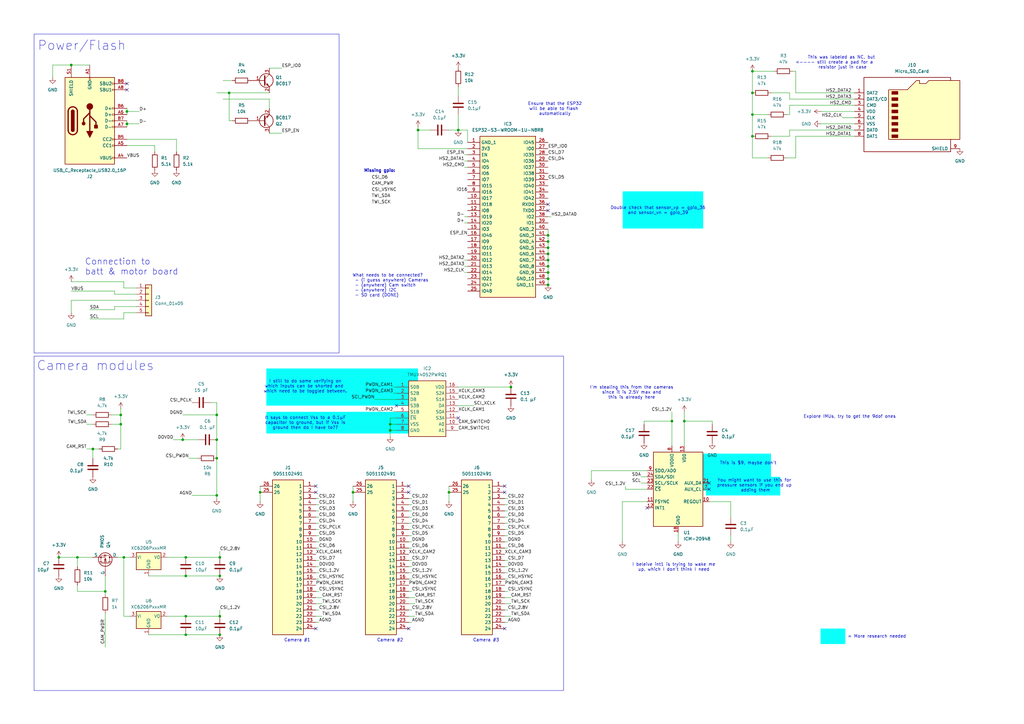
<source format=kicad_sch>
(kicad_sch (version 20231120) (generator "eeschema") (generator_version "8.0")
  (paper "A3")
  (title_block (title "Autonomous Torpedo") (date "2024-08-28") (rev "V1") (company "R@M"))
  (junction (at 187.96 53.34))
  (junction (at 224.79 111.76))
  (junction (at 76.2 260.35))
  (junction (at 160.02 176.53))
  (junction (at 49.53 173.99))
  (junction (at 275.59 172.72))
  (junction (at 224.79 99.06))
  (junction (at 224.79 106.68))
  (junction (at 171.45 53.34))
  (junction (at 76.2 252.73))
  (junction (at 308.61 55.88))
  (junction (at 88.9 170.18))
  (junction (at 184.15 201.93))
  (junction (at 52.07 50.8))
  (junction (at 224.79 109.22))
  (junction (at 280.67 172.72))
  (junction (at 93.98 38.1))
  (junction (at 29.21 26.67))
  (junction (at 90.17 236.22))
  (junction (at 74.93 180.34))
  (junction (at 224.79 101.6))
  (junction (at 224.79 104.14))
  (junction (at 43.18 242.57))
  (junction (at 52.07 45.72))
  (junction (at 38.1 184.15))
  (junction (at 88.9 180.34))
  (junction (at 49.53 170.18))
  (junction (at 308.61 46.99))
  (junction (at 88.9 203.2))
  (junction (at 90.17 228.6))
  (junction (at 50.8 228.6))
  (junction (at 209.55 158.75))
  (junction (at 90.17 260.35))
  (junction (at 160.02 173.99))
  (junction (at 308.61 38.1))
  (junction (at 224.79 114.3))
  (junction (at 90.17 252.73))
  (junction (at 76.2 228.6))
  (junction (at 224.79 116.84))
  (junction (at 144.78 201.93))
  (junction (at 308.61 29.21))
  (junction (at 106.68 201.93))
  (junction (at 31.75 228.6))
  (junction (at 88.9 187.96))
  (junction (at 224.79 96.52))
  (junction (at 76.2 236.22))
  (junction (at 24.13 228.6))
  (no_connect (at 129.54 201.93))
  (no_connect (at 207.01 199.39))
  (no_connect (at 129.54 257.81))
  (no_connect (at 207.01 257.81))
  (no_connect (at 52.07 34.29))
  (no_connect (at 162.56 166.37))
  (no_connect (at 290.83 200.66))
  (no_connect (at 290.83 198.12))
  (no_connect (at 265.43 208.28))
  (no_connect (at 224.79 86.36))
  (no_connect (at 167.64 199.39))
  (no_connect (at 187.96 171.45))
  (no_connect (at 207.01 201.93))
  (no_connect (at 167.64 257.81))
  (no_connect (at 167.64 201.93))
  (no_connect (at 52.07 36.83))
  (no_connect (at 129.54 199.39))
  (no_connect (at 224.79 83.82))
  (wire (pts (xy 88.9 170.18) (xy 88.9 180.34)))
  (wire (pts (xy 323.85 38.1) (xy 323.85 40.64)))
  (wire (pts (xy 55.88 118.11) (xy 50.8 118.11)))
  (wire (pts (xy 129.54 255.27) (xy 130.81 255.27)))
  (wire (pts (xy 242.57 193.04) (xy 242.57 196.85)))
  (wire (pts (xy 52.07 50.8) (xy 57.15 50.8)))
  (wire (pts (xy 207.01 255.27) (xy 208.28 255.27)))
  (wire (pts (xy 308.61 38.1) (xy 308.61 46.99)))
  (wire (pts (xy 167.64 229.87) (xy 168.91 229.87)))
  (wire (pts (xy 326.39 38.1) (xy 350.52 38.1)))
  (wire (pts (xy 187.96 166.37) (xy 194.31 166.37)))
  (wire (pts (xy 161.29 158.75) (xy 162.56 158.75)))
  (wire (pts (xy 50.8 252.73) (xy 53.34 252.73)))
  (wire (pts (xy 50.8 228.6) (xy 50.8 252.73)))
  (wire (pts (xy 129.54 214.63) (xy 130.81 214.63)))
  (wire (pts (xy 90.17 236.22) (xy 76.2 236.22)))
  (wire (pts (xy 323.85 43.18) (xy 350.52 43.18)))
  (wire (pts (xy 336.55 45.72) (xy 350.52 45.72)))
  (wire (pts (xy 265.43 193.04) (xy 242.57 193.04)))
  (wire (pts (xy 90.17 250.19) (xy 90.17 252.73)))
  (wire (pts (xy 129.54 245.11) (xy 132.08 245.11)))
  (wire (pts (xy 106.68 201.93) (xy 106.68 205.74)))
  (wire (pts (xy 129.54 204.47) (xy 130.81 204.47)))
  (wire (pts (xy 160.02 171.45) (xy 160.02 173.99)))
  (wire (pts (xy 265.43 200.66) (xy 256.54 200.66)))
  (wire (pts (xy 184.15 53.34) (xy 187.96 53.34)))
  (wire (pts (xy 167.64 242.57) (xy 168.91 242.57)))
  (wire (pts (xy 308.61 38.1) (xy 308.61 29.21)))
  (wire (pts (xy 167.64 209.55) (xy 168.91 209.55)))
  (wire (pts (xy 316.23 38.1) (xy 323.85 38.1)))
  (wire (pts (xy 52.07 50.8) (xy 52.07 52.07)))
  (wire (pts (xy 91.44 40.64) (xy 110.49 40.64)))
  (wire (pts (xy 29.21 128.27) (xy 29.21 123.19)))
  (wire (pts (xy 88.9 187.96) (xy 88.9 203.2)))
  (wire (pts (xy 207.01 222.25) (xy 208.28 222.25)))
  (wire (pts (xy 93.98 49.53) (xy 95.25 49.53)))
  (wire (pts (xy 60.96 236.22) (xy 76.2 236.22)))
  (wire (pts (xy 323.85 40.64) (xy 350.52 40.64)))
  (wire (pts (xy 144.78 201.93) (xy 144.78 205.74)))
  (wire (pts (xy 323.85 55.88) (xy 323.85 53.34)))
  (wire (pts (xy 35.56 173.99) (xy 38.1 173.99)))
  (wire (pts (xy 60.96 260.35) (xy 76.2 260.35)))
  (wire (pts (xy 90.17 226.06) (xy 90.17 228.6)))
  (wire (pts (xy 167.64 214.63) (xy 168.91 214.63)))
  (wire (pts (xy 190.5 109.22) (xy 191.77 109.22)))
  (wire (pts (xy 224.79 104.14) (xy 224.79 106.68)))
  (wire (pts (xy 264.16 172.72) (xy 275.59 172.72)))
  (wire (pts (xy 167.64 212.09) (xy 168.91 212.09)))
  (wire (pts (xy 184.15 201.93) (xy 184.15 205.74)))
  (wire (pts (xy 93.98 38.1) (xy 110.49 38.1)))
  (wire (pts (xy 308.61 46.99) (xy 314.96 46.99)))
  (wire (pts (xy 167.64 234.95) (xy 168.91 234.95)))
  (wire (pts (xy 226.06 88.9) (xy 224.79 88.9)))
  (wire (pts (xy 275.59 168.91) (xy 275.59 172.72)))
  (wire (pts (xy 326.39 29.21) (xy 325.12 29.21)))
  (wire (pts (xy 224.79 93.98) (xy 224.79 96.52)))
  (wire (pts (xy 36.83 127) (xy 46.99 127)))
  (wire (pts (xy 63.5 59.69) (xy 63.5 62.23)))
  (wire (pts (xy 207.01 245.11) (xy 209.55 245.11)))
  (wire (pts (xy 207.01 207.01) (xy 208.28 207.01)))
  (wire (pts (xy 224.79 99.06) (xy 224.79 101.6)))
  (wire (pts (xy 167.64 207.01) (xy 168.91 207.01)))
  (wire (pts (xy 88.9 38.1) (xy 93.98 38.1)))
  (wire (pts (xy 129.54 219.71) (xy 130.81 219.71)))
  (wire (pts (xy 167.64 252.73) (xy 170.18 252.73)))
  (wire (pts (xy 314.96 64.77) (xy 308.61 64.77)))
  (wire (pts (xy 88.9 180.34) (xy 88.9 187.96)))
  (wire (pts (xy 153.67 163.83) (xy 162.56 163.83)))
  (wire (pts (xy 74.93 170.18) (xy 88.9 170.18)))
  (wire (pts (xy 29.21 123.19) (xy 55.88 123.19)))
  (wire (pts (xy 129.54 224.79) (xy 130.81 224.79)))
  (wire (pts (xy 207.01 204.47) (xy 208.28 204.47)))
  (wire (pts (xy 160.02 173.99) (xy 160.02 176.53)))
  (wire (pts (xy 323.85 46.99) (xy 322.58 46.99)))
  (wire (pts (xy 190.5 68.58) (xy 191.77 68.58)))
  (wire (pts (xy 167.64 247.65) (xy 170.18 247.65)))
  (wire (pts (xy 171.45 53.34) (xy 171.45 60.96)))
  (wire (pts (xy 160.02 176.53) (xy 162.56 176.53)))
  (wire (pts (xy 275.59 172.72) (xy 275.59 182.88)))
  (wire (pts (xy 290.83 205.74) (xy 299.72 205.74)))
  (wire (pts (xy 110.49 40.64) (xy 110.49 44.45)))
  (wire (pts (xy 38.1 184.15) (xy 40.64 184.15)))
  (wire (pts (xy 129.54 217.17) (xy 130.81 217.17)))
  (wire (pts (xy 46.99 125.73) (xy 46.99 127)))
  (wire (pts (xy 129.54 232.41) (xy 130.81 232.41)))
  (wire (pts (xy 167.64 255.27) (xy 168.91 255.27)))
  (wire (pts (xy 21.59 26.67) (xy 21.59 31.75)))
  (wire (pts (xy 74.93 180.34) (xy 81.28 180.34)))
  (wire (pts (xy 52.07 59.69) (xy 63.5 59.69)))
  (wire (pts (xy 299.72 205.74) (xy 299.72 212.09)))
  (wire (pts (xy 191.77 53.34) (xy 187.96 53.34)))
  (wire (pts (xy 129.54 222.25) (xy 130.81 222.25)))
  (wire (pts (xy 90.17 260.35) (xy 76.2 260.35)))
  (wire (pts (xy 207.01 232.41) (xy 208.28 232.41)))
  (wire (pts (xy 35.56 170.18) (xy 38.1 170.18)))
  (wire (pts (xy 167.64 204.47) (xy 168.91 204.47)))
  (wire (pts (xy 52.07 49.53) (xy 52.07 50.8)))
  (wire (pts (xy 255.27 205.74) (xy 255.27 222.25)))
  (wire (pts (xy 224.79 106.68) (xy 224.79 109.22)))
  (wire (pts (xy 78.74 203.2) (xy 88.9 203.2)))
  (wire (pts (xy 31.75 228.6) (xy 38.1 228.6)))
  (wire (pts (xy 24.13 228.6) (xy 31.75 228.6)))
  (wire (pts (xy 224.79 101.6) (xy 224.79 104.14)))
  (wire (pts (xy 76.2 252.73) (xy 90.17 252.73)))
  (wire (pts (xy 160.02 179.07) (xy 160.02 176.53)))
  (wire (pts (xy 299.72 222.25) (xy 299.72 219.71)))
  (wire (pts (xy 265.43 205.74) (xy 255.27 205.74)))
  (wire (pts (xy 29.21 26.67) (xy 21.59 26.67)))
  (wire (pts (xy 129.54 212.09) (xy 130.81 212.09)))
  (wire (pts (xy 262.89 195.58) (xy 265.43 195.58)))
  (wire (pts (xy 190.5 63.5) (xy 191.77 63.5)))
  (wire (pts (xy 88.9 203.2) (xy 88.9 204.47)))
  (wire (pts (xy 323.85 55.88) (xy 316.23 55.88)))
  (wire (pts (xy 29.21 26.67) (xy 36.83 26.67)))
  (wire (pts (xy 162.56 171.45) (xy 160.02 171.45)))
  (wire (pts (xy 46.99 119.38) (xy 46.99 120.65)))
  (wire (pts (xy 278.13 222.25) (xy 278.13 218.44)))
  (wire (pts (xy 129.54 209.55) (xy 130.81 209.55)))
  (wire (pts (xy 49.53 173.99) (xy 49.53 184.15)))
  (wire (pts (xy 167.64 217.17) (xy 168.91 217.17)))
  (wire (pts (xy 161.29 161.29) (xy 162.56 161.29)))
  (wire (pts (xy 322.58 64.77) (xy 326.39 64.77)))
  (wire (pts (xy 207.01 224.79) (xy 208.28 224.79)))
  (wire (pts (xy 129.54 250.19) (xy 130.81 250.19)))
  (wire (pts (xy 129.54 229.87) (xy 130.81 229.87)))
  (wire (pts (xy 308.61 29.21) (xy 317.5 29.21)))
  (wire (pts (xy 224.79 114.3) (xy 224.79 116.84)))
  (wire (pts (xy 280.67 172.72) (xy 292.1 172.72)))
  (wire (pts (xy 49.53 184.15) (xy 48.26 184.15)))
  (wire (pts (xy 167.64 245.11) (xy 170.18 245.11)))
  (wire (pts (xy 207.01 237.49) (xy 208.28 237.49)))
  (wire (pts (xy 129.54 252.73) (xy 132.08 252.73)))
  (wire (pts (xy 77.47 187.96) (xy 81.28 187.96)))
  (wire (pts (xy 336.55 50.8) (xy 350.52 50.8)))
  (wire (pts (xy 207.01 219.71) (xy 208.28 219.71)))
  (wire (pts (xy 110.49 27.94) (xy 115.57 27.94)))
  (wire (pts (xy 31.75 242.57) (xy 43.18 242.57)))
  (wire (pts (xy 129.54 207.01) (xy 130.81 207.01)))
  (wire (pts (xy 43.18 236.22) (xy 43.18 242.57)))
  (wire (pts (xy 167.64 250.19) (xy 168.91 250.19)))
  (wire (pts (xy 55.88 120.65) (xy 46.99 120.65)))
  (wire (pts (xy 161.29 168.91) (xy 162.56 168.91)))
  (wire (pts (xy 167.64 219.71) (xy 168.91 219.71)))
  (wire (pts (xy 184.15 199.39) (xy 184.15 201.93)))
  (wire (pts (xy 171.45 60.96) (xy 191.77 60.96)))
  (wire (pts (xy 190.5 111.76) (xy 191.77 111.76)))
  (wire (pts (xy 323.85 53.34) (xy 350.52 53.34)))
  (wire (pts (xy 326.39 55.88) (xy 350.52 55.88)))
  (wire (pts (xy 308.61 64.77) (xy 308.61 55.88)))
  (wire (pts (xy 52.07 44.45) (xy 52.07 45.72)))
  (wire (pts (xy 35.56 184.15) (xy 38.1 184.15)))
  (wire (pts (xy 167.64 222.25) (xy 168.91 222.25)))
  (wire (pts (xy 207.01 252.73) (xy 209.55 252.73)))
  (wire (pts (xy 224.79 109.22) (xy 224.79 111.76)))
  (wire (pts (xy 308.61 46.99) (xy 308.61 55.88)))
  (wire (pts (xy 207.01 247.65) (xy 209.55 247.65)))
  (wire (pts (xy 224.79 96.52) (xy 224.79 99.06)))
  (wire (pts (xy 43.18 242.57) (xy 43.18 243.84)))
  (wire (pts (xy 167.64 232.41) (xy 168.91 232.41)))
  (wire (pts (xy 171.45 53.34) (xy 176.53 53.34)))
  (wire (pts (xy 49.53 167.64) (xy 49.53 170.18)))
  (wire (pts (xy 207.01 209.55) (xy 208.28 209.55)))
  (wire (pts (xy 91.44 33.02) (xy 95.25 33.02)))
  (wire (pts (xy 29.21 115.57) (xy 50.8 115.57)))
  (wire (pts (xy 207.01 250.19) (xy 208.28 250.19)))
  (wire (pts (xy 144.78 199.39) (xy 144.78 201.93)))
  (wire (pts (xy 326.39 38.1) (xy 326.39 29.21)))
  (wire (pts (xy 129.54 237.49) (xy 130.81 237.49)))
  (wire (pts (xy 256.54 199.39) (xy 256.54 200.66)))
  (wire (pts (xy 29.21 119.38) (xy 46.99 119.38)))
  (wire (pts (xy 129.54 242.57) (xy 130.81 242.57)))
  (wire (pts (xy 191.77 58.42) (xy 191.77 53.34)))
  (wire (pts (xy 72.39 57.15) (xy 72.39 62.23)))
  (wire (pts (xy 129.54 234.95) (xy 130.81 234.95)))
  (wire (pts (xy 262.89 198.12) (xy 265.43 198.12)))
  (wire (pts (xy 167.64 224.79) (xy 168.91 224.79)))
  (wire (pts (xy 31.75 228.6) (xy 31.75 232.41)))
  (wire (pts (xy 31.75 240.03) (xy 31.75 242.57)))
  (wire (pts (xy 93.98 38.1) (xy 93.98 49.53)))
  (wire (pts (xy 326.39 64.77) (xy 326.39 55.88)))
  (wire (pts (xy 224.79 111.76) (xy 224.79 114.3)))
  (wire (pts (xy 187.96 35.56) (xy 187.96 39.37)))
  (wire (pts (xy 190.5 106.68) (xy 191.77 106.68)))
  (wire (pts (xy 50.8 228.6) (xy 53.34 228.6)))
  (wire (pts (xy 45.72 173.99) (xy 49.53 173.99)))
  (wire (pts (xy 323.85 43.18) (xy 323.85 46.99)))
  (wire (pts (xy 36.83 130.81) (xy 50.8 130.81)))
  (wire (pts (xy 207.01 217.17) (xy 208.28 217.17)))
  (wire (pts (xy 76.2 228.6) (xy 90.17 228.6)))
  (wire (pts (xy 50.8 128.27) (xy 50.8 130.81)))
  (wire (pts (xy 171.45 52.07) (xy 171.45 53.34)))
  (wire (pts (xy 264.16 172.72) (xy 264.16 173.99)))
  (wire (pts (xy 167.64 237.49) (xy 168.91 237.49)))
  (wire (pts (xy 48.26 228.6) (xy 50.8 228.6)))
  (wire (pts (xy 50.8 118.11) (xy 50.8 115.57)))
  (wire (pts (xy 38.1 184.15) (xy 38.1 187.96)))
  (wire (pts (xy 43.18 251.46) (xy 43.18 265.43)))
  (wire (pts (xy 187.96 158.75) (xy 209.55 158.75)))
  (wire (pts (xy 88.9 165.1) (xy 88.9 170.18)))
  (wire (pts (xy 55.88 128.27) (xy 50.8 128.27)))
  (wire (pts (xy 190.5 88.9) (xy 191.77 88.9)))
  (wire (pts (xy 207.01 242.57) (xy 208.28 242.57)))
  (wire (pts (xy 207.01 234.95) (xy 208.28 234.95)))
  (wire (pts (xy 280.67 168.91) (xy 280.67 172.72)))
  (wire (pts (xy 129.54 247.65) (xy 132.08 247.65)))
  (wire (pts (xy 207.01 229.87) (xy 208.28 229.87)))
  (wire (pts (xy 207.01 214.63) (xy 208.28 214.63)))
  (wire (pts (xy 55.88 125.73) (xy 46.99 125.73)))
  (wire (pts (xy 52.07 57.15) (xy 72.39 57.15)))
  (wire (pts (xy 110.49 54.61) (xy 115.57 54.61)))
  (wire (pts (xy 68.58 228.6) (xy 76.2 228.6)))
  (wire (pts (xy 45.72 170.18) (xy 49.53 170.18)))
  (wire (pts (xy 190.5 66.04) (xy 191.77 66.04)))
  (wire (pts (xy 160.02 173.99) (xy 162.56 173.99)))
  (wire (pts (xy 207.01 212.09) (xy 208.28 212.09)))
  (wire (pts (xy 49.53 170.18) (xy 49.53 173.99)))
  (wire (pts (xy 190.5 91.44) (xy 191.77 91.44)))
  (wire (pts (xy 187.96 46.99) (xy 187.96 53.34)))
  (wire (pts (xy 280.67 172.72) (xy 280.67 182.88)))
  (wire (pts (xy 68.58 252.73) (xy 76.2 252.73)))
  (wire (pts (xy 52.07 45.72) (xy 57.15 45.72)))
  (wire (pts (xy 86.36 165.1) (xy 88.9 165.1)))
  (wire (pts (xy 345.44 48.26) (xy 350.52 48.26)))
  (wire (pts (xy 52.07 45.72) (xy 52.07 46.99)))
  (wire (pts (xy 71.12 180.34) (xy 74.93 180.34)))
  (wire (pts (xy 106.68 199.39) (xy 106.68 201.93)))
  (wire (pts (xy 292.1 172.72) (xy 292.1 173.99)))
  (rectangle (start 289.56 195.58) (end 320.04 203.2) (stroke (width -0.0001)) (fill (type color) (color 10 255 251 1)))
  (rectangle (start 109.22 151.13) (end 171.45 166.37) (stroke (width -0.0001)) (fill (type color) (color 10 255 251 1)))
  (rectangle (start 255.397 78.486) (end 288.417 93.726) (stroke (width -0.0001)) (fill (type color) (color 10 255 251 1)))
  (rectangle (start 109.22 168.91) (end 173.99 177.8) (stroke (width -0.0001)) (fill (type color) (color 10 255 251 1)))
  (rectangle (start 334.01 20.32) (end 334.01 20.32))
  (rectangle (start 336.55 257.81) (end 346.71 264.16) (stroke (width -0.0001)) (fill (type color) (color 10 255 251 1)))
  (rectangle (start 13.97 146.05) (end 231.14 283.21))
  (rectangle (start 13.97 13.97) (end 139.065 144.78))
  (rectangle (start 285.75 186.055) (end 316.23 201.295) (stroke (width -0.0001)) (fill (type color) (color 10 255 251 1)))
  (text "Camera #3" (at 199.39 262.636 0) (effects (font (size 1.27 1.27))))
  (text "I beleive int1 is trying to wake me\nup, which I don't think I need" (at 276.352 232.664 0) (effects (font (size 1.27 1.27))))
  (text "I still to do some verifying on\nwhich inputs can be shorted and \nwhich need to be toggled between." (at 125.222 158.496 0) (effects (font (size 1.27 1.27))))
  (text "= More research needed\n" (at 359.664 261.112 0) (effects (font (size 1.27 1.27))))
  (text "Camera modules" (at 39.116 150.114 0) (effects (font (size 3.81 3.81))))
  (text "I'm stealing this from the cameras\nsince it is 2.5V max and\nthis is already here" (at 259.08 161.036 0) (effects (font (size 1.27 1.27))))
  (text "Ensure that the ESP32\nwill be able to flash \nautomatically" (at 227.584 44.704 0) (effects (font (size 1.27 1.27))))
  (text "      This was labeled as NC, but \n<---- still create a pad for a \n      resistor just in case" (at 342.646 25.654 0) (effects (font (size 1.27 1.27))))
  (text "Power/Flash" (at 33.528 18.796 0) (effects (font (size 3.81 3.81))))
  (text "Camera #2\n" (at 160.02 262.636 0) (effects (font (size 1.27 1.27))))
  (text "Double check that sensor_vp = gpio_36\nand sensor_vn = gpio_39" (at 269.875 86.36 0) (effects (font (size 1.27 1.27))))
  (text "Connection to \nbatt & motor board" (at 34.798 109.474 0) (effects (font (size 2.54 2.54)) (justify left)))
  (text "It says to connect Vss to a 0.1μF\ncapacitor to ground, but if Vss is\nground then do I have to??" (at 125.222 173.482 0) (effects (font (size 1.27 1.27))))
  (text "Explore IMUs, try to get the 9dof ones" (at 348.488 170.942 0) (effects (font (size 1.27 1.27))))
  (text "This is $9, maybe don't" (at 306.832 189.992 0) (effects (font (size 1.27 1.27))))
  (text "You might want to use this for \npressure sensors if you end up \nadding them" (at 309.88 199.136 0) (effects (font (size 1.27 1.27))))
  (text "Missing gpio:" (at 155.702 70.104 0) (effects (font (size 1.27 1.27) (thickness 0.254) (bold yes))))
  (text "What needs to be connected?\n - (i guess anywhere) Cameras\n - (anywhere) Cam switch\n - (anywhere) I2C\n - SD card (DONE)" (at 144.526 117.094 0) (effects (font (size 1.27 1.27)) (justify left)))
  (text "Camera #1" (at 121.92 262.636 0) (effects (font (size 1.27 1.27))))
  (label "CSI_2.8V" (at 130.81 250.19 0))
  (label "SCL" (at 36.83 130.81 0))
  (label "PWDN_CAM1" (at 161.29 158.75 180))
  (label "PWDN_CAM3" (at 161.29 161.29 180))
  (label "DGND" (at 208.28 222.25 0))
  (label "TX" (at 502.92 91.44 0))
  (label "PWDN_CAM1" (at 129.54 240.03 0))
  (label "DOVDD" (at 71.12 180.34 180))
  (label "CSI_1.2V" (at 168.91 234.95 0))
  (label "CSI_D3" (at 130.81 209.55 0))
  (label "TWI_SDA" (at 502.92 134.62 0))
  (label "ON{slash}OFF" (at 502.92 99.06 0))
  (label "HS2_DATA1" (at 190.5 66.04 180))
  (label "TWI_SCK" (at 209.55 247.65 0))
  (label "SDA" (at 262.89 195.58 180))
  (label "HS2_DATA3" (at 349.25 40.64 180))
  (label "HS2_DATA0" (at 226.06 88.9 0))
  (label "CSI_1.2V" (at 90.17 250.19 0))
  (label "HS2_DATA2" (at 190.5 106.68 180))
  (label "DGND" (at 74.93 170.18 180))
  (label "CSI_D0" (at 168.91 212.09 0))
  (label "XCLK_CAM3" (at 207.01 227.33 0))
  (label "CSI_D0" (at 502.92 101.6 0))
  (label "CSI_D5" (at 208.28 219.71 0))
  (label "XCLK_CAM3" (at 187.96 161.29 0))
  (label "CSI_D7" (at 130.81 229.87 0))
  (label "CSI_2.8V" (at 208.28 250.19 0))
  (label "AGND" (at 168.91 255.27 0))
  (label "SCI_PWDN" (at 153.67 163.83 180))
  (label "CSI_D5" (at 472.44 96.52 180))
  (label "VBUS" (at 52.07 64.77 0))
  (label "XCLK_CAM1" (at 187.96 168.91 0))
  (label "CSI_D1" (at 208.28 207.01 0))
  (label "AGND" (at 130.81 255.27 0))
  (label "CSI_PCLK" (at 78.74 165.1 180))
  (label "DGND" (at 168.91 222.25 0))
  (label "DOVDD" (at 168.91 232.41 0))
  (label "RX" (at 502.92 96.52 0))
  (label "CSI_D1" (at 502.92 119.38 0))
  (label "HS2_DATA2" (at 349.25 38.1 180))
  (label "CSI_D4" (at 472.44 93.98 180))
  (label "CSI_PWDN" (at 77.47 187.96 180))
  (label "TWI_SCK" (at 170.18 247.65 0))
  (label "CSI_D7" (at 224.79 63.5 0))
  (label "CSI_HSYNC" (at 502.92 129.54 0))
  (label "CSI_D6" (at 502.92 144.78 0))
  (label "XCLK_CAM1" (at 129.54 227.33 0))
  (label "CSI_D1" (at 130.81 207.01 0))
  (label "CSI_XCLK" (at 502.92 104.14 0))
  (label "ESP_IO0" (at 502.92 88.9 0))
  (label "ESP_EN" (at 190.5 63.5 180))
  (label "CSI_PCLK" (at 168.91 217.17 0))
  (label "CSI_PCLK" (at 130.81 217.17 0))
  (label "HS2_CMD" (at 190.5 68.58 180))
  (label "AGND" (at 208.28 255.27 0))
  (label "ESP_EN" (at 191.77 96.52 180))
  (label "D+" (at 190.5 91.44 180))
  (label "CSI_1.2V" (at 256.54 199.39 180))
  (label "CSI_D2" (at 168.91 204.47 0))
  (label "IO16" (at 191.77 78.74 180))
  (label "TWI_SDA" (at 152.4 81.28 0))
  (label "CSI_D4" (at 130.81 214.63 0))
  (label "D-" (at 190.5 88.9 180))
  (label "CSI_1.2V" (at 130.81 234.95 0))
  (label "CSI_VSYNC" (at 208.28 242.57 0))
  (label "SCL" (at 262.89 198.12 180))
  (label "CSI_D6" (at 208.28 224.79 0))
  (label "AGND" (at 78.74 203.2 180))
  (label "XCLK_CAM2" (at 167.64 227.33 0))
  (label "TWI_SDA" (at 170.18 252.73 0))
  (label "CSI_D6" (at 168.91 224.79 0))
  (label "TWI_SDA" (at 35.56 173.99 180))
  (label "CSI_D1" (at 168.91 207.01 0))
  (label "CSI_PCLK" (at 208.28 217.17 0))
  (label "CSI_VSYNC" (at 130.81 242.57 0))
  (label "PWDN_CAM2" (at 161.29 168.91 180))
  (label "CSI_D5" (at 224.79 73.66 0))
  (label "HS2_CLK" (at 345.44 48.26 180))
  (label "CAM_RST" (at 35.56 184.15 180))
  (label "CSI_D0" (at 130.81 212.09 0))
  (label "CSI_D6" (at 152.4 73.66 0))
  (label "CSI_D7" (at 502.92 147.32 0))
  (label "CSI_D0" (at 208.28 212.09 0))
  (label "ESP_IO0" (at 115.57 27.94 0))
  (label "HS2_DATA3" (at 190.5 109.22 180))
  (label "CAM_RST" (at 170.18 245.11 0))
  (label "CSI_D4" (at 168.91 214.63 0))
  (label "DOVDD" (at 208.28 232.41 0))
  (label "ESP_IO0" (at 224.79 60.96 0))
  (label "HS2_CLK" (at 190.5 111.76 180))
  (label "CSI_D4" (at 224.79 66.04 0))
  (label "VBUS" (at 29.21 119.38 0))
  (label "CSI_D2" (at 208.28 204.47 0))
  (label "CSI_D7" (at 208.28 229.87 0))
  (label "CSI_2.8V" (at 90.17 226.06 0))
  (label "CAM_SWITCH0" (at 187.96 173.99 0))
  (label "CAM_PWDR" (at 43.18 264.16 90))
  (label "TWI_SCK" (at 132.08 247.65 0))
  (label "CSI_HSYNC" (at 130.81 237.49 0))
  (label "CSI_2.8V" (at 168.91 250.19 0))
  (label "CAM_RST" (at 132.08 245.11 0))
  (label "CSI_VSYNC" (at 502.92 132.08 0))
  (label "PWDN_CAM3" (at 207.01 240.03 0))
  (label "CSI_1.2V" (at 275.59 168.91 180))
  (label "CAM_PWR" (at 152.4 76.2 0))
  (label "DOVDD" (at 130.81 232.41 0))
  (label "CAM_PWDN" (at 502.92 139.7 0))
  (label "XCLK_CAM2" (at 187.96 163.83 0))
  (label "CAM_SWITCH1" (at 187.96 176.53 0))
  (label "HS2_DATA1" (at 349.25 55.88 180))
  (label "DGND" (at 130.81 222.25 0))
  (label "CSI_VSYNC" (at 152.4 78.74 0))
  (label "CSI_HSYNC" (at 168.91 237.49 0))
  (label "HS2_DATA0" (at 349.25 53.34 180))
  (label "CSI_D6" (at 130.81 224.79 0))
  (label "ESP_EN" (at 472.44 88.9 180))
  (label "SDA" (at 36.83 127 0))
  (label "CSI_D2" (at 502.92 121.92 0))
  (label "CSI_D5" (at 168.91 219.71 0))
  (label "CSI_PCLK" (at 502.92 127 0))
  (label "TWI_SCK" (at 152.4 83.82 0))
  (label "CSI_D3" (at 208.28 209.55 0))
  (label "CSI_1.2V" (at 208.28 234.95 0))
  (label "TWI_SDA" (at 209.55 252.73 0))
  (label "CSI_D7" (at 168.91 229.87 0))
  (label "TWI_SCK" (at 502.92 137.16 0))
  (label "PWDN_CAM2" (at 167.64 240.03 0))
  (label "CSI_D3" (at 168.91 209.55 0))
  (label "HS2_CMD" (at 349.25 43.18 180))
  (label "CSI_D5" (at 130.81 219.71 0))
  (label "CSI_D4" (at 208.28 214.63 0))
  (label "ESP_EN" (at 115.57 54.61 0))
  (label "TWI_SDA" (at 132.08 252.73 0))
  (label "D-" (at 57.15 50.8 0))
  (label "CSI_VSYNC" (at 168.91 242.57 0))
  (label "CSI_HSYNC" (at 208.28 237.49 0))
  (label "SCI_XCLK" (at 194.31 166.37 0))
  (label "D+" (at 57.15 45.72 0))
  (label "CSI_D2" (at 130.81 204.47 0))
  (label "CAM_RST" (at 209.55 245.11 0))
  (label "TWI_SCK" (at 35.56 170.18 180))
  (symbol (lib_id "Device:C") (at 299.72 215.9 0) (unit 1)
    (property "Reference" "C3" (at 303.53 214.6299 0) (effects (justify left)))
    (property "Value" "0.1μF" (at 303.53 217.1699 0) (effects (justify left)))
    (property "Description" "Unpolarized capacitor" (effects (hide yes)))
  )
  (symbol (lib_id "power:+3.3V") (at 29.21 115.57 0) (unit 1)
    (property "Reference" "#PWR01" (effects (hide yes)))
    (property "Value" "+3.3V" (at 29.21 110.49 0))
    (property "Description" "Power symbol creates a global label with name \"+3.3V\"" (effects (hide yes)))
  )
  (symbol (lib_id "power:GND") (at 24.13 236.22 0) (unit 1)
    (property "Reference" "#PWR025" (effects (hide yes)))
    (property "Value" "GND" (at 24.13 241.3 0))
    (property "Description" "Power symbol creates a global label with name \"GND\" , ground" (effects (hide yes)))
  )
  (symbol (lib_id "power:GND") (at 209.55 166.37 0) (unit 1)
    (property "Reference" "#PWR040" (effects (hide yes)))
    (property "Value" "GND" (at 209.55 171.45 0))
    (property "Description" "Power symbol creates a global label with name \"GND\" , ground" (effects (hide yes)))
  )
  (symbol (lib_id "Device:C") (at 187.96 43.18 180) (unit 1)
    (property "Reference" "C15" (at 191.77 41.9099 0) (effects (justify right)))
    (property "Value" "0.1μF" (at 191.77 44.4499 0) (effects (justify right)))
    (property "Description" "Unpolarized capacitor" (effects (hide yes)))
  )
  (symbol (lib_id "Device:R") (at 321.31 29.21 270) (unit 1)
    (property "Reference" "R3" (at 321.31 22.86 90))
    (property "Value" "47k" (at 321.31 25.4 90))
    (property "Description" "Resistor" (effects (hide yes)))
  )
  (symbol (lib_id "power:+3.3V") (at 49.53 167.64 0) (unit 1)
    (property "Reference" "#PWR028" (effects (hide yes)))
    (property "Value" "+3.3V" (at 49.53 162.56 0))
    (property "Description" "Power symbol creates a global label with name \"+3.3V\"" (effects (hide yes)))
  )
  (symbol (lib_id "power:+3.3V") (at 24.13 228.6 0) (unit 1)
    (property "Reference" "#PWR024" (effects (hide yes)))
    (property "Value" "+3.3V" (at 24.13 223.52 0))
    (property "Description" "Power symbol creates a global label with name \"+3.3V\"" (effects (hide yes)))
  )
  (symbol (lib_id "power:+3.3V") (at 487.68 83.82 0) (unit 1)
    (property "Reference" "#PWR013" (effects (hide yes)))
    (property "Value" "+3.3V" (at 487.68 78.74 0))
    (property "Description" "Power symbol creates a global label with name \"+3.3V\"" (effects (hide yes)))
  )
  (symbol (lib_id "power:GND") (at 160.02 179.07 0) (unit 1)
    (property "Reference" "#PWR039" (effects (hide yes)))
    (property "Value" "GND" (at 160.02 184.15 0))
    (property "Description" "Power symbol creates a global label with name \"GND\" , ground" (effects (hide yes)))
  )
  (symbol (lib_id "power:GND") (at 21.59 31.75 0) (unit 1)
    (property "Reference" "#PWR05" (effects (hide yes)))
    (property "Value" "GND" (at 21.59 36.83 0))
    (property "Description" "Power symbol creates a global label with name \"GND\" , ground" (effects (hide yes)))
  )
  (symbol (lib_id "power:GND") (at 487.68 154.94 0) (unit 1)
    (property "Reference" "#PWR010" (effects (hide yes)))
    (property "Value" "GND" (at 487.68 160.02 0))
    (property "Description" "Power symbol creates a global label with name \"GND\" , ground" (effects (hide yes)))
  )
  (symbol (lib_id "power:GND") (at 90.17 260.35 0) (unit 1)
    (property "Reference" "#PWR029" (effects (hide yes)))
    (property "Value" "GND" (at 90.17 265.43 0))
    (property "Description" "Power symbol creates a global label with name \"GND\" , ground" (effects (hide yes)))
  )
  (symbol (lib_id "power:GND") (at 72.39 69.85 0) (unit 1)
    (property "Reference" "#PWR08" (effects (hide yes)))
    (property "Value" "GND" (at 72.39 74.93 0))
    (property "Description" "Power symbol creates a global label with name \"GND\" , ground" (effects (hide yes)))
  )
  (symbol (lib_id "power:+3.3V") (at 209.55 158.75 0) (unit 1)
    (property "Reference" "#PWR041" (effects (hide yes)))
    (property "Value" "+3.3V" (at 209.55 153.67 0))
    (property "Description" "Power symbol creates a global label with name \"+3.3V\"" (effects (hide yes)))
  )
  (symbol (lib_id "RF_Module:ESP32-WROOM-32D") (at 487.68 119.38 0) (mirror y) (unit 1)
    (property "Reference" "U3" (at 485.4859 81.28 0) (effects (justify left)))
    (property "Value" "ESP32-WROOM-32D" (at 485.4859 83.82 0) (effects (justify left)))
    (property "Footprint" "RF_Module:ESP32-WROOM-32D" (effects (hide yes)))
    (property "Datasheet" "https://www.espressif.com/sites/default/files/documentation/esp32-wroom-32d_esp32-wroom-32u_datasheet_en.pdf" (effects (hide yes)))
    (property "Description" "RF Module, ESP32-D0WD SoC, Wi-Fi 802.11b/g/n, Bluetooth, BLE, 32-bit, 2.7-3.6V, onboard antenna, SMD" (effects (hide yes)))
  )
  (symbol (lib_id "power:GND") (at 63.5 69.85 0) (unit 1)
    (property "Reference" "#PWR07" (effects (hide yes)))
    (property "Value" "GND" (at 63.5 74.93 0))
    (property "Description" "Power symbol creates a global label with name \"GND\" , ground" (effects (hide yes)))
  )
  (symbol (lib_id "Device:R") (at 99.06 33.02 270) (unit 1)
    (property "Reference" "R4" (at 99.06 26.67 90))
    (property "Value" "10k" (at 99.06 29.21 90))
    (property "Description" "Resistor" (effects (hide yes)))
  )
  (symbol (lib_id "power:+3.3V") (at 336.55 45.72 90) (unit 1)
    (property "Reference" "#PWR042" (effects (hide yes)))
    (property "Value" "+3.3V" (at 332.74 45.7199 90) (effects (justify left)))
    (property "Description" "Power symbol creates a global label with name \"+3.3V\"" (effects (hide yes)))
  )
  (symbol (lib_id "Simulation_SPICE:PMOS") (at 43.18 231.14 270) (mirror x) (unit 1)
    (property "Reference" "Q4" (at 44.4501 224.79 0) (effects (justify left)))
    (property "Value" "PMOS" (at 41.9101 224.79 0) (effects (justify left)))
    (property "Datasheet" "https://ngspice.sourceforge.io/docs/ngspice-html-manual/manual.xhtml#cha_MOSFETs" (effects (hide yes)))
    (property "Description" "P-MOSFET transistor, drain/source/gate" (effects (hide yes)))
    (property "Sim.Device" "PMOS" (effects (hide yes)))
    (property "Sim.Type" "VDMOS" (effects (hide yes)))
    (property "Sim.Pins" "1=D 2=G 3=S" (effects (hide yes)))
  )
  (symbol (lib_id "Device:R") (at 63.5 66.04 180) (unit 1)
    (property "Reference" "R1" (at 66.04 64.7699 0) (effects (justify right)))
    (property "Value" "5.1k" (at 66.04 67.3099 0) (effects (justify right)))
    (property "Description" "Resistor" (effects (hide yes)))
  )
  (symbol (lib_id "Regulator_Linear:XC6206PxxxMR") (at 60.96 252.73 0) (unit 1)
    (property "Reference" "U6" (at 60.96 246.38 0))
    (property "Value" "XC6206PxxxMR" (at 60.96 248.92 0))
    (property "Footprint" "Package_TO_SOT_SMD:SOT-23-3" (effects (hide yes)))
    (property "Datasheet" "https://www.torexsemi.com/file/xc6206/XC6206.pdf" (effects (hide yes)))
    (property "Description" "Positive 60-250mA Low Dropout Regulator, Fixed Output, SOT-23" (effects (hide yes)))
  )
  (symbol (lib_id "power:GND") (at 255.27 222.25 0) (unit 1)
    (property "Reference" "#PWR018" (effects (hide yes)))
    (property "Value" "GND" (at 255.27 227.33 0))
    (property "Description" "Power symbol creates a global label with name \"GND\" , ground" (effects (hide yes)))
  )
  (symbol (lib_id "Device:R") (at 318.77 64.77 270) (unit 1)
    (property "Reference" "R18" (at 318.77 58.42 90))
    (property "Value" "47k" (at 318.77 60.96 90))
    (property "Description" "Resistor" (effects (hide yes)))
  )
  (symbol (lib_id "power:+3.3V") (at 280.67 168.91 0) (unit 1)
    (property "Reference" "#PWR012" (effects (hide yes)))
    (property "Value" "+3.3V" (at 280.67 163.83 0))
    (property "Description" "Power symbol creates a global label with name \"+3.3V\"" (effects (hide yes)))
  )
  (symbol (lib_id "SamacSys_Parts:5051102491") (at 144.78 199.39 0) (unit 1)
    (property "Reference" "J5" (at 156.21 191.77 0))
    (property "Value" "5051102491" (at 156.21 194.31 0))
    (property "Footprint" "5051102491" (effects (hide yes)))
    (property "Datasheet" "https://www.molex.com/webdocs/datasheets/pdf/en-us/5051102491_FFC_FPC_CONNECTORS.pdf" (effects (hide yes)))
    (property "Description" "CONN FFC/FPC BOTTOM 24P .5MM R/A" (effects (hide yes)))
    (property "Height" "4.06" (effects (hide yes)))
    (property "Manufacturer_Name" "Molex" (effects (hide yes)))
    (property "Manufacturer_Part_Number" "5051102491" (effects (hide yes)))
    (property "Arrow Part Number" "5051102491" (effects (hide yes)))
    (property "Arrow Price/Stock" "https://www.arrow.com/en/products/5051102491/molex?region=europe" (effects (hide yes)))
  )
  (symbol (lib_id "Device:C") (at 264.16 177.8 0) (mirror y) (unit 1)
    (property "Reference" "C17" (at 260.35 176.5299 0) (effects (justify left)))
    (property "Value" "0.1μF" (at 260.35 179.0699 0) (effects (justify left)))
    (property "Description" "Unpolarized capacitor" (effects (hide yes)))
  )
  (symbol (lib_id "power:GND") (at 242.57 196.85 0) (unit 1)
    (property "Reference" "#PWR019" (effects (hide yes)))
    (property "Value" "GND" (at 242.57 201.93 0))
    (property "Description" "Power symbol creates a global label with name \"GND\" , ground" (effects (hide yes)))
  )
  (symbol (lib_id "Device:R") (at 312.42 55.88 270) (unit 1)
    (property "Reference" "R15" (at 312.42 49.53 90))
    (property "Value" "47k" (at 312.42 52.07 90))
    (property "Description" "Resistor" (effects (hide yes)))
  )
  (symbol (lib_id "power:GND") (at 393.7 60.96 0) (unit 1)
    (property "Reference" "#PWR030" (effects (hide yes)))
    (property "Value" "GND" (at 393.7 66.04 0))
    (property "Description" "Power symbol creates a global label with name \"GND\" , ground" (effects (hide yes)))
  )
  (symbol (lib_id "power:+3.3V") (at 308.61 29.21 0) (unit 1)
    (property "Reference" "#PWR035" (effects (hide yes)))
    (property "Value" "+3.3V" (at 308.61 24.13 0))
    (property "Description" "Power symbol creates a global label with name \"+3.3V\"" (effects (hide yes)))
  )
  (symbol (lib_id "SamacSys_Parts:ESP32-S3-WROOM-1U-N8R8") (at 191.77 58.42 0) (unit 1)
    (property "Reference" "IC3" (at 208.28 50.8 0))
    (property "Value" "ESP32-S3-WROOM-1U-N8R8" (at 208.28 53.34 0))
    (property "Footprint" "ESP32S3WROOM1UN8R8" (effects (hide yes)))
    (property "Datasheet" "https://www.espressif.com/sites/default/files/documentation/esp32-s3-wroom-1_wroom-1u_datasheet_en.pdf" (effects (hide yes)))
    (property "Description" "Multiprotocol Modules SMD Module, ESP32-S3R8, 8 MB Octal PSRAM Die, 8 MB Quad SPI Flash, IPEX Antenna Connector" (effects (hide yes)))
    (property "Height" "3.35" (effects (hide yes)))
    (property "Manufacturer_Name" "Espressif Systems" (effects (hide yes)))
    (property "Manufacturer_Part_Number" "ESP32-S3-WROOM-1U-N8R8" (effects (hide yes)))
    (property "Mouser Part Number" "356-ESP32S3WRM1UN8R8" (effects (hide yes)))
    (property "Mouser Price/Stock" "https://www.mouser.co.uk/ProductDetail/Espressif-Systems/ESP32-S3-WROOM-1U-N8R8?qs=Li%252BoUPsLEnvOglIa3CypaQ%3D%3D" (effects (hide yes)))
  )
  (symbol (lib_id "power:+3.3V") (at 74.93 180.34 0) (unit 1)
    (property "Reference" "#PWR023" (effects (hide yes)))
    (property "Value" "+3.3V" (at 74.93 175.26 0))
    (property "Description" "Power symbol creates a global label with name \"+3.3V\"" (effects (hide yes)))
  )
  (symbol (lib_id "power:+3.3V") (at 187.96 27.94 0) (unit 1)
    (property "Reference" "#PWR034" (effects (hide yes)))
    (property "Value" "+3.3V" (at 187.96 22.86 0))
    (property "Description" "Power symbol creates a global label with name \"+3.3V\"" (effects (hide yes)))
  )
  (symbol (lib_id "Device:C") (at 90.17 256.54 0) (unit 1)
    (property "Reference" "C12" (at 93.98 255.2699 0) (effects (justify left)))
    (property "Value" "0.1μF" (at 93.98 257.8099 0) (effects (justify left)))
    (property "Description" "Unpolarized capacitor" (effects (hide yes)))
  )
  (symbol (lib_id "Connector:USB_C_Receptacle_USB2.0_16P") (at 36.83 49.53 0) (mirror x) (unit 1)
    (property "Reference" "J2" (at 36.83 72.39 0))
    (property "Value" "USB_C_Receptacle_USB2.0_16P" (at 36.83 69.85 0))
    (property "Footprint" "Connector_USB:USB_C_Receptacle_GCT_USB4085" (effects (hide yes)))
    (property "Datasheet" "https://www.usb.org/sites/default/files/documents/usb_type-c.zip" (effects (hide yes)))
    (property "Description" "USB 2.0-only 16P Type-C Receptacle connector" (effects (hide yes)))
  )
  (symbol (lib_id "power:GND") (at 88.9 204.47 0) (unit 1)
    (property "Reference" "#PWR03" (effects (hide yes)))
    (property "Value" "GND" (at 88.9 209.55 0))
    (property "Description" "Power symbol creates a global label with name \"GND\" , ground" (effects (hide yes)))
  )
  (symbol (lib_id "Device:C") (at 85.09 180.34 270) (unit 1)
    (property "Reference" "C6" (at 85.09 172.72 90))
    (property "Value" "0.1 μF" (at 85.09 175.26 90))
    (property "Description" "Unpolarized capacitor" (effects (hide yes)))
  )
  (symbol (lib_id "power:GND") (at 106.68 205.74 0) (unit 1)
    (property "Reference" "#PWR02" (effects (hide yes)))
    (property "Value" "GND" (at 106.68 210.82 0))
    (property "Description" "Power symbol creates a global label with name \"GND\" , ground" (effects (hide yes)))
  )
  (symbol (lib_id "Device:C") (at 292.1 177.8 0) (unit 1)
    (property "Reference" "C4" (at 295.91 176.5299 0) (effects (justify left)))
    (property "Value" "0.1μF" (at 295.91 179.0699 0) (effects (justify left)))
    (property "Description" "Unpolarized capacitor" (effects (hide yes)))
  )
  (symbol (lib_id "Device:R") (at 44.45 184.15 270) (unit 1)
    (property "Reference" "R10" (at 44.45 190.5 90))
    (property "Value" "4.7k" (at 44.45 187.96 90))
    (property "Description" "Resistor" (effects (hide yes)))
  )
  (symbol (lib_id "Transistor_BJT:BC817") (at 107.95 33.02 0) (unit 1)
    (property "Reference" "Q1" (at 113.03 31.7499 0) (effects (justify left)))
    (property "Value" "BC817" (at 113.03 34.2899 0) (effects (justify left)))
    (property "Footprint" "Package_TO_SOT_SMD:SOT-23" (effects (hide yes)))
    (property "Datasheet" "https://www.onsemi.com/pub/Collateral/BC818-D.pdf" (effects (hide yes)))
    (property "Description" "0.8A Ic, 45V Vce, NPN Transistor, SOT-23" (effects (hide yes)))
  )
  (symbol (lib_id "power:GND") (at 187.96 53.34 0) (mirror y) (unit 1)
    (property "Reference" "#PWR021" (effects (hide yes)))
    (property "Value" "GND" (at 187.96 58.42 0))
    (property "Description" "Power symbol creates a global label with name \"GND\" , ground" (effects (hide yes)))
  )
  (symbol (lib_id "Device:R") (at 99.06 49.53 270) (unit 1)
    (property "Reference" "R5" (at 99.06 43.18 90))
    (property "Value" "10k" (at 99.06 45.72 90))
    (property "Description" "Resistor" (effects (hide yes)))
  )
  (symbol (lib_id "power:GND") (at 278.13 222.25 0) (unit 1)
    (property "Reference" "#PWR011" (effects (hide yes)))
    (property "Value" "GND" (at 278.13 227.33 0))
    (property "Description" "Power symbol creates a global label with name \"GND\" , ground" (effects (hide yes)))
  )
  (symbol (lib_id "Device:C") (at 180.34 53.34 270) (unit 1)
    (property "Reference" "C14" (at 180.34 45.72 90))
    (property "Value" "0.1μF" (at 180.34 48.26 90))
    (property "Description" "Unpolarized capacitor" (effects (hide yes)))
  )
  (symbol (lib_id "Device:C") (at 90.17 232.41 0) (unit 1)
    (property "Reference" "C9" (at 93.98 231.1399 0) (effects (justify left)))
    (property "Value" "0.1μF" (at 93.98 233.6799 0) (effects (justify left)))
    (property "Description" "Unpolarized capacitor" (effects (hide yes)))
  )
  (symbol (lib_id "power:+3.3V") (at 171.45 52.07 0) (unit 1)
    (property "Reference" "#PWR020" (effects (hide yes)))
    (property "Value" "+3.3V" (at 171.45 46.99 0))
    (property "Description" "Power symbol creates a global label with name \"+3.3V\"" (effects (hide yes)))
  )
  (symbol (lib_id "Device:C") (at 76.2 232.41 0) (unit 1)
    (property "Reference" "C10" (at 80.01 231.1399 0) (effects (justify left)))
    (property "Value" "10μF" (at 80.01 233.6799 0) (effects (justify left)))
    (property "Description" "Unpolarized capacitor" (effects (hide yes)))
  )
  (symbol (lib_id "power:GND") (at 224.79 116.84 0) (unit 1)
    (property "Reference" "#PWR033" (effects (hide yes)))
    (property "Value" "GND" (at 224.79 121.92 0))
    (property "Description" "Power symbol creates a global label with name \"GND\" , ground" (effects (hide yes)))
  )
  (symbol (lib_id "SamacSys_Parts:TMUX4052PWRQ1") (at 162.56 158.75 0) (unit 1)
    (property "Reference" "IC2" (at 175.26 151.13 0))
    (property "Value" "TMUX4052PWRQ1" (at 175.26 153.67 0))
    (property "Footprint" "SOP65P640X120-16N" (effects (hide yes)))
    (property "Datasheet" "https://www.ti.com/lit/ds/symlink/tmux4052-q1.pdf?ts=1691662889218&ref_url=https%253A%252F%252Fwww.google.com%252F" (effects (hide yes)))
    (property "Description" "Multiplexer Switch ICs Automotive,  12-V, 4:1 two-channel multiplexer with 1.8-V compatible logic" (effects (hide yes)))
    (property "Height" "1.2" (effects (hide yes)))
    (property "Manufacturer_Name" "Texas Instruments" (effects (hide yes)))
    (property "Manufacturer_Part_Number" "TMUX4052PWRQ1" (effects (hide yes)))
    (property "Mouser Part Number" "595-TMUX4052PWRQ1" (effects (hide yes)))
    (property "Mouser Price/Stock" "https://www.mouser.co.uk/ProductDetail/Texas-Instruments/TMUX4052PWRQ1?qs=ulEaXIWI0c9Te8sRLPYuDg%3D%3D" (effects (hide yes)))
    (property "Arrow Part Number" "TMUX4052PWRQ1" (effects (hide yes)))
    (property "Arrow Price/Stock" "https://www.arrow.com/en/products/tmux4052pwrq1/texas-instruments?region=nac" (effects (hide yes)))
  )
  (symbol (lib_id "Device:C") (at 38.1 191.77 0) (mirror y) (unit 1)
    (property "Reference" "C8" (at 34.29 190.4999 0) (effects (justify left)))
    (property "Value" "0.1μF" (at 34.29 193.0399 0) (effects (justify left)))
    (property "Description" "Unpolarized capacitor" (effects (hide yes)))
  )
  (symbol (lib_id "Connector_Generic:Conn_01x05") (at 60.96 123.19 0) (unit 1)
    (property "Reference" "J3" (at 63.5 121.9199 0) (effects (justify left)))
    (property "Value" "Conn_01x05" (at 63.5 124.4599 0) (effects (justify left)))
    (property "Description" "Generic connector, single row, 01x05, script generated (kicad-library-utils/schlib/autogen/connector/)" (effects (hide yes)))
  )
  (symbol (lib_id "power:GND") (at 264.16 181.61 0) (mirror y) (unit 1)
    (property "Reference" "#PWR017" (effects (hide yes)))
    (property "Value" "GND" (at 264.16 186.69 0))
    (property "Description" "Power symbol creates a global label with name \"GND\" , ground" (effects (hide yes)))
  )
  (symbol (lib_id "power:GND") (at 38.1 195.58 0) (unit 1)
    (property "Reference" "#PWR026" (effects (hide yes)))
    (property "Value" "GND" (at 38.1 200.66 0))
    (property "Description" "Power symbol creates a global label with name \"GND\" , ground" (effects (hide yes)))
  )
  (symbol (lib_id "Device:R") (at 41.91 173.99 270) (unit 1)
    (property "Reference" "R9" (at 41.91 180.34 90))
    (property "Value" "4.7k" (at 41.91 177.8 90))
    (property "Description" "Resistor" (effects (hide yes)))
  )
  (symbol (lib_id "Device:C") (at 24.13 232.41 0) (mirror y) (unit 1)
    (property "Reference" "C7" (at 20.32 231.1399 0) (effects (justify left)))
    (property "Value" "10μF" (at 20.32 233.6799 0) (effects (justify left)))
    (property "Description" "Unpolarized capacitor" (effects (hide yes)))
  )
  (symbol (lib_id "Device:C") (at 209.55 162.56 0) (unit 1)
    (property "Reference" "C13" (at 213.36 161.2899 0) (effects (justify left)))
    (property "Value" "0.1 μF" (at 213.36 163.8299 0) (effects (justify left)))
    (property "Description" "Unpolarized capacitor" (effects (hide yes)))
  )
  (symbol (lib_id "Device:R") (at 43.18 247.65 0) (unit 1)
    (property "Reference" "R7" (at 45.72 246.3799 0) (effects (justify left)))
    (property "Value" "1k" (at 45.72 248.9199 0) (effects (justify left)))
    (property "Description" "Resistor" (effects (hide yes)))
  )
  (symbol (lib_id "Device:R") (at 85.09 187.96 270) (mirror x) (unit 1)
    (property "Reference" "R6" (at 85.09 194.31 90))
    (property "Value" "10k" (at 85.09 191.77 90))
    (property "Description" "Resistor" (effects (hide yes)))
  )
  (symbol (lib_id "PCM_Espressif:ESP32-S3-WROOM-1") (at 478.79 20.32 0) (unit 1)
    (property "Reference" "U8" (at 480.9841 -22.86 0) (effects (justify left)))
    (property "Value" "ESP32-S3-WROOM-1" (at 480.9841 -20.32 0) (effects (justify left)))
    (property "Footprint" "PCM_Espressif:ESP32-S3-WROOM-1" (effects (hide yes)))
    (property "Datasheet" "https://www.espressif.com/sites/default/files/documentation/esp32-s3-wroom-1_wroom-1u_datasheet_en.pdf" (effects (hide yes)))
    (property "Description" "2.4 GHz WiFi (802.11 b/g/n) and Bluetooth ® 5 (LE) module Built around ESP32S3 series of SoCs, Xtensa ® dualcore 32bit LX7 microprocessor Flash up to 16 MB, PSRAM up to 8 MB 36 GPIOs, rich set of peripherals Onboard PCB antenna" (effects (hide yes)))
  )
  (symbol (lib_id "Device:C") (at 76.2 256.54 0) (unit 1)
    (property "Reference" "C11" (at 80.01 255.2699 0) (effects (justify left)))
    (property "Value" "10μF" (at 80.01 257.8099 0) (effects (justify left)))
    (property "Description" "Unpolarized capacitor" (effects (hide yes)))
  )
  (symbol (lib_id "power:GND") (at 299.72 222.25 0) (unit 1)
    (property "Reference" "#PWR015" (effects (hide yes)))
    (property "Value" "GND" (at 299.72 227.33 0))
    (property "Description" "Power symbol creates a global label with name \"GND\" , ground" (effects (hide yes)))
  )
  (symbol (lib_id "Device:C") (at 82.55 165.1 270) (unit 1)
    (property "Reference" "C5" (at 82.55 157.48 90))
    (property "Value" "15 pF" (at 82.55 160.02 90))
    (property "Description" "Unpolarized capacitor" (effects (hide yes)))
  )
  (symbol (lib_id "Device:R") (at 312.42 38.1 270) (unit 1)
    (property "Reference" "R13" (at 312.42 31.75 90))
    (property "Value" "47k" (at 312.42 34.29 90))
    (property "Description" "Resistor" (effects (hide yes)))
  )
  (symbol (lib_id "Regulator_Linear:XC6206PxxxMR") (at 60.96 228.6 0) (unit 1)
    (property "Reference" "U5" (at 60.96 222.25 0))
    (property "Value" "XC6206PxxxMR" (at 60.96 224.79 0))
    (property "Footprint" "Package_TO_SOT_SMD:SOT-23-3" (effects (hide yes)))
    (property "Datasheet" "https://www.torexsemi.com/file/xc6206/XC6206.pdf" (effects (hide yes)))
    (property "Description" "Positive 60-250mA Low Dropout Regulator, Fixed Output, SOT-23" (effects (hide yes)))
  )
  (symbol (lib_id "SamacSys_Parts:5051102491") (at 184.15 199.39 0) (unit 1)
    (property "Reference" "J6" (at 195.58 191.77 0))
    (property "Value" "5051102491" (at 195.58 194.31 0))
    (property "Footprint" "5051102491" (effects (hide yes)))
    (property "Datasheet" "https://www.molex.com/webdocs/datasheets/pdf/en-us/5051102491_FFC_FPC_CONNECTORS.pdf" (effects (hide yes)))
    (property "Description" "CONN FFC/FPC BOTTOM 24P .5MM R/A" (effects (hide yes)))
    (property "Height" "4.06" (effects (hide yes)))
    (property "Manufacturer_Name" "Molex" (effects (hide yes)))
    (property "Manufacturer_Part_Number" "5051102491" (effects (hide yes)))
    (property "Arrow Part Number" "5051102491" (effects (hide yes)))
    (property "Arrow Price/Stock" "https://www.arrow.com/en/products/5051102491/molex?region=europe" (effects (hide yes)))
  )
  (symbol (lib_id "SamacSys_Parts:5051102491") (at 106.68 199.39 0) (unit 1)
    (property "Reference" "J1" (at 118.11 191.77 0))
    (property "Value" "5051102491" (at 118.11 194.31 0))
    (property "Footprint" "5051102491" (effects (hide yes)))
    (property "Datasheet" "https://www.molex.com/webdocs/datasheets/pdf/en-us/5051102491_FFC_FPC_CONNECTORS.pdf" (effects (hide yes)))
    (property "Description" "CONN FFC/FPC BOTTOM 24P .5MM R/A" (effects (hide yes)))
    (property "Height" "4.06" (effects (hide yes)))
    (property "Manufacturer_Name" "Molex" (effects (hide yes)))
    (property "Manufacturer_Part_Number" "5051102491" (effects (hide yes)))
    (property "Arrow Part Number" "5051102491" (effects (hide yes)))
    (property "Arrow Price/Stock" "https://www.arrow.com/en/products/5051102491/molex?region=europe" (effects (hide yes)))
  )
  (symbol (lib_id "Transistor_BJT:BC817") (at 107.95 49.53 0) (mirror x) (unit 1)
    (property "Reference" "Q2" (at 113.03 50.8001 0) (effects (justify left)))
    (property "Value" "BC817" (at 113.03 48.2601 0) (effects (justify left)))
    (property "Footprint" "Package_TO_SOT_SMD:SOT-23" (effects (hide yes)))
    (property "Datasheet" "https://www.onsemi.com/pub/Collateral/BC818-D.pdf" (effects (hide yes)))
    (property "Description" "0.8A Ic, 45V Vce, NPN Transistor, SOT-23" (effects (hide yes)))
  )
  (symbol (lib_id "Device:R") (at 31.75 236.22 0) (unit 1)
    (property "Reference" "R11" (at 34.29 234.9499 0) (effects (justify left)))
    (property "Value" "10k" (at 34.29 237.4899 0) (effects (justify left)))
    (property "Description" "Resistor" (effects (hide yes)))
  )
  (symbol (lib_id "Device:R") (at 187.96 31.75 0) (unit 1)
    (property "Reference" "R12" (at 190.5 30.4799 0) (effects (justify left)))
    (property "Value" "10k" (at 190.5 33.0199 0) (effects (justify left)))
    (property "Description" "Resistor" (effects (hide yes)))
  )
  (symbol (lib_id "power:GND") (at 336.55 50.8 270) (unit 1)
    (property "Reference" "#PWR043" (effects (hide yes)))
    (property "Value" "GND" (at 332.74 50.7999 90) (effects (justify right)))
    (property "Description" "Power symbol creates a global label with name \"GND\" , ground" (effects (hide yes)))
  )
  (symbol (lib_id "Device:R") (at 72.39 66.04 180) (unit 1)
    (property "Reference" "R2" (at 74.93 64.7699 0) (effects (justify right)))
    (property "Value" "5.1k" (at 74.93 67.3099 0) (effects (justify right)))
    (property "Description" "Resistor" (effects (hide yes)))
  )
  (symbol (lib_id "Device:R") (at 41.91 170.18 270) (unit 1)
    (property "Reference" "R8" (at 41.91 163.83 90))
    (property "Value" "4.7k" (at 41.91 166.37 90))
    (property "Description" "Resistor" (effects (hide yes)))
  )
  (symbol (lib_id "power:GND") (at 292.1 181.61 0) (unit 1)
    (property "Reference" "#PWR016" (effects (hide yes)))
    (property "Value" "GND" (at 292.1 186.69 0))
    (property "Description" "Power symbol creates a global label with name \"GND\" , ground" (effects (hide yes)))
  )
  (symbol (lib_id "power:GND") (at 144.78 205.74 0) (unit 1)
    (property "Reference" "#PWR032" (effects (hide yes)))
    (property "Value" "GND" (at 144.78 210.82 0))
    (property "Description" "Power symbol creates a global label with name \"GND\" , ground" (effects (hide yes)))
  )
  (symbol (lib_id "power:GND") (at 184.15 205.74 0) (unit 1)
    (property "Reference" "#PWR038" (effects (hide yes)))
    (property "Value" "GND" (at 184.15 210.82 0))
    (property "Description" "Power symbol creates a global label with name \"GND\" , ground" (effects (hide yes)))
  )
  (symbol (lib_id "Connector:Micro_SD_Card") (at 373.38 45.72 0) (unit 1)
    (property "Reference" "J10" (at 374.015 26.67 0))
    (property "Value" "Micro_SD_Card" (at 374.015 29.21 0))
    (property "Datasheet" "http://katalog.we-online.de/em/datasheet/693072010801.pdf" (effects (hide yes)))
    (property "Description" "Micro SD Card Socket" (effects (hide yes)))
  )
  (symbol (lib_id "power:GND") (at 29.21 128.27 0) (unit 1)
    (property "Reference" "#PWR09" (effects (hide yes)))
    (property "Value" "GND" (at 29.21 133.35 0))
    (property "Description" "Power symbol creates a global label with name \"GND\" , ground" (effects (hide yes)))
  )
  (symbol (lib_id "Sensor_Motion:ICM-20948") (at 278.13 200.66 0) (unit 1)
    (property "Reference" "U1" (at 280.3241 218.44 0) (effects (justify left)))
    (property "Value" "ICM-20948" (at 280.3241 220.98 0) (effects (justify left)))
    (property "Footprint" "Sensor_Motion:InvenSense_QFN-24_3x3mm_P0.4mm" (effects (hide yes)))
    (property "Datasheet" "http://www.invensense.com/wp-content/uploads/2016/06/DS-000189-ICM-20948-v1.3.pdf" (effects (hide yes)))
    (property "Description" "InvenSense 9-Axis Motion Sensor, Accelerometer, Gyroscope, Compass, I2C/SPI, QFN-24" (effects (hide yes)))
  )
  (symbol (lib_id "Device:R") (at 318.77 46.99 270) (unit 1)
    (property "Reference" "R16" (at 318.77 40.64 90))
    (property "Value" "47k" (at 318.77 43.18 90))
    (property "Description" "Resistor" (effects (hide yes)))
  )
  (symbol (lib_id "power:GND") (at 90.17 236.22 0) (unit 1)
    (property "Reference" "#PWR027" (effects (hide yes)))
    (property "Value" "GND" (at 90.17 241.3 0))
    (property "Description" "Power symbol creates a global label with name \"GND\" , ground" (effects (hide yes)))
  )
)
</source>
